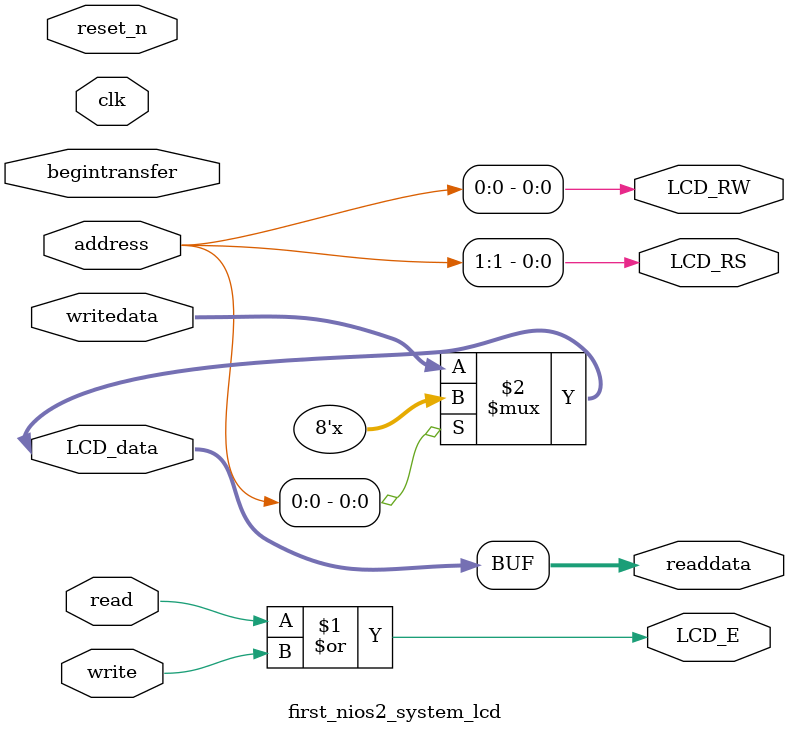
<source format=v>

`timescale 1ns / 1ps
// synthesis translate_on

// turn off superfluous verilog processor warnings 
// altera message_level Level1 
// altera message_off 10034 10035 10036 10037 10230 10240 10030 

module first_nios2_system_lcd (
                                // inputs:
                                 address,
                                 begintransfer,
                                 clk,
                                 read,
                                 reset_n,
                                 write,
                                 writedata,

                                // outputs:
                                 LCD_E,
                                 LCD_RS,
                                 LCD_RW,
                                 LCD_data,
                                 readdata
                              )
;

  output           LCD_E;
  output           LCD_RS;
  output           LCD_RW;
  inout   [  7: 0] LCD_data;
  output  [  7: 0] readdata;
  input   [  1: 0] address;
  input            begintransfer;
  input            clk;
  input            read;
  input            reset_n;
  input            write;
  input   [  7: 0] writedata;


wire             LCD_E;
wire             LCD_RS;
wire             LCD_RW;
wire    [  7: 0] LCD_data;
wire    [  7: 0] readdata;
  assign LCD_RW = address[0];
  assign LCD_RS = address[1];
  assign LCD_E = read | write;
  assign LCD_data = (address[0]) ? {8{1'bz}} : writedata;
  assign readdata = LCD_data;
  //control_slave, which is an e_avalon_slave

endmodule


</source>
